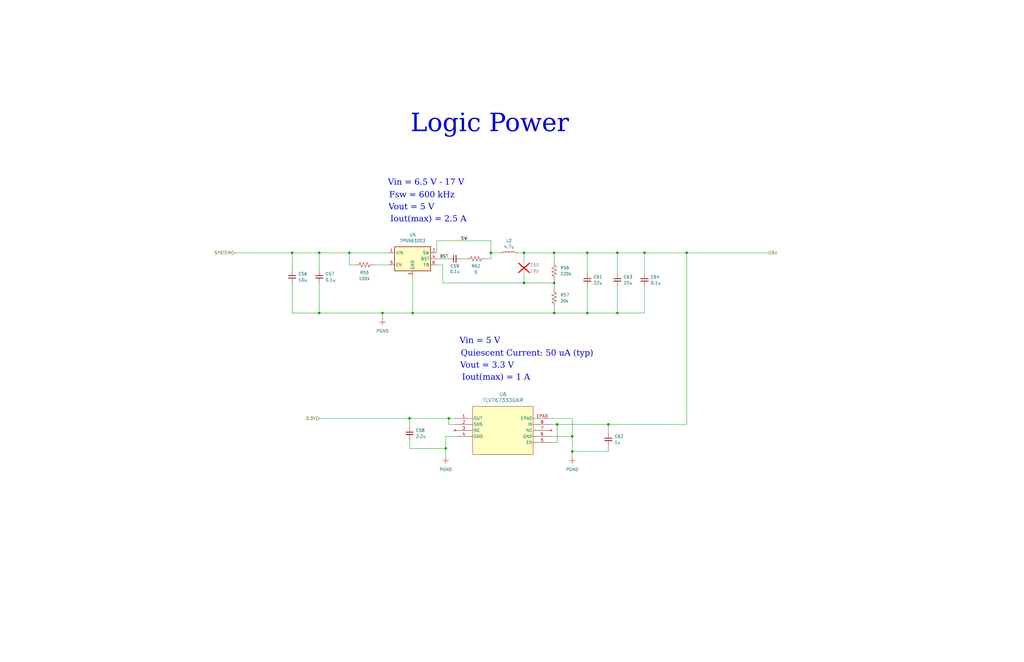
<source format=kicad_sch>
(kicad_sch (version 20231120) (generator "eeschema") (generator_version "8.0")
  (paper "B")
  (title_block (title "SCAN Schematic") (date "2025-03-06") (rev "1.2") (company "Group 35") (comment 1 "UCF Senior Design"))
  (lib_symbols
    (symbol "Device:C_Small" (pin_numbers hide) (pin_names (offset 0.254) hide)
      (property "Reference" "C" (at 0.254 1.778 0))
      (property "Value" "C_Small" (at 0.254 -2.032 0))
      (symbol "C_Small_0_1"
        (polyline (pts (xy -1.524 -0.508) (xy 1.524 -0.508)) (stroke (width 0.3302)))
        (polyline (pts (xy -1.524 0.508) (xy 1.524 0.508)) (stroke (width 0.3048)))
      )
      (symbol "C_Small_1_1"
        (pin passive line (at 0 2.54 270) (length 2.032) (name "~") (number "1"))
        (pin passive line (at 0 -2.54 90) (length 2.032) (name "~") (number "2"))
      )
    )
    (symbol "Device:L" (pin_numbers hide) (pin_names (offset 1.016) hide)
      (property "Reference" "L" (at -1.27 0 90))
      (property "Value" "L" (at 1.905 0 90))
      (symbol "L_0_1"
        (arc (start 0 -2.54) (mid 0.6323 -1.905) (end 0 -1.27))
        (arc (start 0 -1.27) (mid 0.6323 -0.635) (end 0 0))
        (arc (start 0 0) (mid 0.6323 0.635) (end 0 1.27))
        (arc (start 0 1.27) (mid 0.6323 1.905) (end 0 2.54))
      )
      (symbol "L_1_1"
        (pin passive line (at 0 3.81 270) (length 1.27) (name "1") (number "1"))
        (pin passive line (at 0 -3.81 90) (length 1.27) (name "2") (number "2"))
      )
    )
    (symbol "Device:R_US" (pin_numbers hide) (pin_names (offset 0))
      (property "Reference" "R" (at 2.54 0 90))
      (property "Value" "R_US" (at -2.54 0 90))
      (symbol "R_US_0_1"
        (polyline (pts (xy 0 -2.286) (xy 0 -2.54)))
        (polyline (pts (xy 0 2.286) (xy 0 2.54)))
        (polyline (pts (xy 0 -0.762) (xy 1.016 -1.143) (xy 0 -1.524) (xy -1.016 -1.905) (xy 0 -2.286)))
        (polyline (pts (xy 0 0.762) (xy 1.016 0.381) (xy 0 0) (xy -1.016 -0.381) (xy 0 -0.762)))
        (polyline (pts (xy 0 2.286) (xy 1.016 1.905) (xy 0 1.524) (xy -1.016 1.143) (xy 0 0.762)))
      )
      (symbol "R_US_1_1"
        (pin passive line (at 0 3.81 270) (length 1.27) (name "~") (number "1"))
        (pin passive line (at 0 -3.81 90) (length 1.27) (name "~") (number "2"))
      )
    )
    (symbol "Regulator_Switching:TPS563203"
      (property "Reference" "U" (at -7.62 6.35 0))
      (property "Value" "TPS563203" (at -2.54 6.35 0))
      (symbol "TPS563203_0_1"
        (rectangle (start -7.62 5.08) (end 7.62 -5.08) (stroke (width 0.254)) (fill (type background)))
      )
      (symbol "TPS563203_1_1"
        (pin power_in line (at -10.16 2.54 0) (length 2.54) (name "VIN") (number "1"))
        (pin output line (at 10.16 2.54 180) (length 2.54) (name "SW") (number "2"))
        (pin power_in line (at 0 -7.62 90) (length 2.54) (name "GND") (number "3"))
        (pin passive line (at 10.16 0 180) (length 2.54) (name "BST") (number "4"))
        (pin input line (at -10.16 -2.54 0) (length 2.54) (name "EN") (number "5"))
        (pin input line (at 10.16 -2.54 180) (length 2.54) (name "FB") (number "6"))
      )
    )
    (symbol "custom_symbols:TLV76733DGNR" (pin_names (offset 0.254))
      (property "Reference" "U6" (at 20.32 10.16 0))
      (property "Value" "TLV76733DGNR" (at 20.32 7.62 0))
      (symbol "TLV76733DGNR_0_1"
        (pin output line (at 0 0 0) (length 7.62) (name "OUT") (number "1"))
        (pin input line (at 0 -2.54 0) (length 7.62) (name "SNS") (number "2"))
        (pin no_connect line (at 0 -5.08 0) (length 7.62) (name "NC") (number "3"))
        (pin power_out line (at 0 -7.62 0) (length 7.62) (name "GND") (number "4"))
        (pin input line (at 40.64 -10.16 180) (length 7.62) (name "EN") (number "5"))
        (pin power_out line (at 40.64 -7.62 180) (length 7.62) (name "GND") (number "6"))
        (pin no_connect line (at 40.64 -5.08 180) (length 7.62) (name "NC") (number "7"))
        (pin input line (at 40.64 -2.54 180) (length 7.62) (name "IN") (number "8"))
        (pin power_out line (at 40.64 0 180) (length 7.62) (name "EPAD") (number "EPAD"))
      )
      (symbol "TLV76733DGNR_1_1"
        (rectangle (start 7.62 5.08) (end 33.02 -15.24) (fill (type background)))
      )
    )
    (symbol "power:GNDREF" (power) (pin_numbers hide) (pin_names (offset 0) hide)
      (property "Value" "GNDREF" (at 0 -3.81 0))
      (symbol "GNDREF_0_1"
        (polyline (pts (xy -0.635 -1.905) (xy 0.635 -1.905)))
        (polyline (pts (xy -0.127 -2.54) (xy 0.127 -2.54)))
        (polyline (pts (xy 0 -1.27) (xy 0 0)))
        (polyline (pts (xy 1.27 -1.27) (xy -1.27 -1.27)))
      )
      (symbol "GNDREF_1_1"
        (pin power_in line (at 0 0 270) (length 0) (name "~") (number "1"))
      )
    )
  )
  (junction (at 172.72 176.53))
  (junction (at 123.19 106.68))
  (junction (at 241.3 190.5))
  (junction (at 233.68 106.68))
  (junction (at 247.65 132.08))
  (junction (at 233.68 119.38))
  (junction (at 247.65 106.68))
  (junction (at 234.95 179.07))
  (junction (at 241.3 184.15))
  (junction (at 271.78 106.68))
  (junction (at 134.62 106.68))
  (junction (at 233.68 132.08))
  (junction (at 220.98 119.38))
  (junction (at 220.98 106.68))
  (junction (at 147.32 106.68))
  (junction (at 161.29 132.08))
  (junction (at 260.35 132.08))
  (junction (at 134.62 132.08))
  (junction (at 260.35 106.68))
  (junction (at 256.54 179.07))
  (junction (at 289.56 106.68))
  (junction (at 207.01 106.68))
  (junction (at 187.96 189.23))
  (junction (at 173.99 132.08))
  (junction (at 189.23 176.53))
  (wire (pts (xy 173.99 116.84) (xy 173.99 132.08)))
  (wire (pts (xy 233.68 106.68) (xy 220.98 106.68)))
  (wire (pts (xy 134.62 119.38) (xy 134.62 132.08)))
  (wire (pts (xy 123.19 132.08) (xy 134.62 132.08)))
  (wire (pts (xy 134.62 106.68) (xy 147.32 106.68)))
  (wire (pts (xy 271.78 106.68) (xy 289.56 106.68)))
  (wire (pts (xy 99.06 106.68) (xy 123.19 106.68)))
  (wire (pts (xy 220.98 106.68) (xy 218.44 106.68)))
  (wire (pts (xy 172.72 189.23) (xy 172.72 185.42)))
  (wire (pts (xy 247.65 106.68) (xy 260.35 106.68)))
  (wire (pts (xy 260.35 120.65) (xy 260.35 132.08)))
  (wire (pts (xy 256.54 179.07) (xy 289.56 179.07)))
  (wire (pts (xy 134.62 114.3) (xy 134.62 106.68)))
  (wire (pts (xy 232.41 184.15) (xy 241.3 184.15)))
  (wire (pts (xy 220.98 115.57) (xy 220.98 119.38)))
  (wire (pts (xy 204.47 109.22) (xy 207.01 109.22)))
  (wire (pts (xy 271.78 106.68) (xy 271.78 115.57)))
  (wire (pts (xy 234.95 179.07) (xy 256.54 179.07)))
  (wire (pts (xy 233.68 110.49) (xy 233.68 106.68)))
  (wire (pts (xy 172.72 176.53) (xy 172.72 180.34)))
  (wire (pts (xy 184.15 111.76) (xy 186.69 111.76)))
  (wire (pts (xy 134.62 132.08) (xy 161.29 132.08)))
  (wire (pts (xy 247.65 115.57) (xy 247.65 106.68)))
  (wire (pts (xy 220.98 110.49) (xy 220.98 106.68)))
  (wire (pts (xy 260.35 106.68) (xy 271.78 106.68)))
  (wire (pts (xy 161.29 132.08) (xy 173.99 132.08)))
  (wire (pts (xy 233.68 118.11) (xy 233.68 119.38)))
  (wire (pts (xy 187.96 184.15) (xy 187.96 189.23)))
  (wire (pts (xy 271.78 120.65) (xy 271.78 132.08)))
  (wire (pts (xy 187.96 189.23) (xy 187.96 193.04)))
  (wire (pts (xy 241.3 190.5) (xy 241.3 193.04)))
  (wire (pts (xy 134.62 106.68) (xy 123.19 106.68)))
  (wire (pts (xy 123.19 119.38) (xy 123.19 132.08)))
  (wire (pts (xy 256.54 187.96) (xy 256.54 190.5)))
  (wire (pts (xy 232.41 186.69) (xy 234.95 186.69)))
  (wire (pts (xy 157.48 111.76) (xy 163.83 111.76)))
  (wire (pts (xy 172.72 189.23) (xy 187.96 189.23)))
  (wire (pts (xy 149.86 111.76) (xy 147.32 111.76)))
  (wire (pts (xy 260.35 132.08) (xy 247.65 132.08)))
  (wire (pts (xy 220.98 119.38) (xy 233.68 119.38)))
  (wire (pts (xy 184.15 101.6) (xy 207.01 101.6)))
  (wire (pts (xy 187.96 184.15) (xy 191.77 184.15)))
  (wire (pts (xy 241.3 190.5) (xy 256.54 190.5)))
  (wire (pts (xy 260.35 115.57) (xy 260.35 106.68)))
  (wire (pts (xy 184.15 109.22) (xy 189.23 109.22)))
  (wire (pts (xy 247.65 132.08) (xy 233.68 132.08)))
  (wire (pts (xy 186.69 111.76) (xy 186.69 119.38)))
  (wire (pts (xy 233.68 119.38) (xy 233.68 121.92)))
  (wire (pts (xy 289.56 106.68) (xy 289.56 179.07)))
  (wire (pts (xy 147.32 106.68) (xy 163.83 106.68)))
  (wire (pts (xy 147.32 111.76) (xy 147.32 106.68)))
  (wire (pts (xy 232.41 179.07) (xy 234.95 179.07)))
  (wire (pts (xy 232.41 176.53) (xy 241.3 176.53)))
  (wire (pts (xy 191.77 179.07) (xy 189.23 179.07)))
  (wire (pts (xy 207.01 101.6) (xy 207.01 106.68)))
  (wire (pts (xy 161.29 132.08) (xy 161.29 134.62)))
  (wire (pts (xy 241.3 184.15) (xy 241.3 190.5)))
  (wire (pts (xy 207.01 106.68) (xy 210.82 106.68)))
  (wire (pts (xy 172.72 176.53) (xy 189.23 176.53)))
  (wire (pts (xy 189.23 179.07) (xy 189.23 176.53)))
  (wire (pts (xy 256.54 179.07) (xy 256.54 182.88)))
  (wire (pts (xy 241.3 176.53) (xy 241.3 184.15)))
  (wire (pts (xy 123.19 106.68) (xy 123.19 114.3)))
  (wire (pts (xy 234.95 186.69) (xy 234.95 179.07)))
  (wire (pts (xy 289.56 106.68) (xy 323.85 106.68)))
  (wire (pts (xy 173.99 132.08) (xy 233.68 132.08)))
  (wire (pts (xy 207.01 109.22) (xy 207.01 106.68)))
  (wire (pts (xy 233.68 132.08) (xy 233.68 129.54)))
  (wire (pts (xy 189.23 176.53) (xy 191.77 176.53)))
  (wire (pts (xy 271.78 132.08) (xy 260.35 132.08)))
  (wire (pts (xy 247.65 120.65) (xy 247.65 132.08)))
  (wire (pts (xy 186.69 119.38) (xy 220.98 119.38)))
  (wire (pts (xy 194.31 109.22) (xy 196.85 109.22)))
  (wire (pts (xy 184.15 101.6) (xy 184.15 106.68)))
  (wire (pts (xy 247.65 106.68) (xy 233.68 106.68)))
  (wire (pts (xy 134.62 176.53) (xy 172.72 176.53)))
  (text "Iout(max) = 2.5 A" (at 164.592 94.742 0) (effects (font (size 2.54 2.54) (thickness 0.3175)) (justify left bottom)))
  (text "Vin = 5 V" (at 193.802 146.05 0) (effects (font (size 2.54 2.54) (thickness 0.3175)) (justify left bottom)))
  (text "Vout = 3.3 V" (at 194.056 156.464 0) (effects (font (size 2.54 2.54) (thickness 0.3175)) (justify left bottom)))
  (text "Quiescent Current: 50 uA (typ)" (at 194.31 151.384 0) (effects (font (size 2.54 2.54) (thickness 0.3175)) (justify left bottom)))
  (text "Vin = 6.5 V - 17 V" (at 163.576 79.248 0) (effects (font (size 2.54 2.54) (thickness 0.3175)) (justify left bottom)))
  (text "Logic Power" (at 206.502 54.356 0) (effects (font (size 7.62 7.62) (thickness 0.9525))))
  (text "Fsw = 600 kHz" (at 164.084 84.582 0) (effects (font (size 2.54 2.54) (thickness 0.3175)) (justify left bottom)))
  (text "Vout = 5 V" (at 163.83 89.662 0) (effects (font (size 2.54 2.54) (thickness 0.3175)) (justify left bottom)))
  (text "Iout(max) = 1 A" (at 194.818 161.544 0) (effects (font (size 2.54 2.54) (thickness 0.3175)) (justify left bottom)))
  (label "SW" (at 194.31 101.6 0))
  (label "BST" (at 185.42 109.22 0))
  (hierarchical_label "5V" (shape input) (at 323.85 106.68 0))
  (hierarchical_label "3.3V" (shape input) (at 134.62 176.53 180))
  (hierarchical_label "SYSTEM" (shape input) (at 99.06 106.68 180))
  (symbol (lib_id "Device:C_Small") (at 191.77 109.22 90) (unit 1)
    (property "Reference" "C59" (at 191.77 112.268 90))
    (property "Value" "0.1u" (at 191.77 114.554 90))
    (property "Footprint" "Capacitor_SMD:C_0603_1608Metric" (effects (hide yes)))
    (property "Description" "Unpolarized capacitor, small symbol" (effects (hide yes)))
    (property "MFR_PN" "CC0603KRX7R9BB104" (effects (hide yes)))
    (property "JLCPCB Part Number" "C14663" (effects (hide yes)))
    (property "Manufacturer_Name" "YAGEO" (effects (hide yes)))
  )
  (symbol (lib_id "power:GNDREF") (at 161.29 134.62 0) (unit 1)
    (property "Reference" "#PWR071" (effects (hide yes)))
    (property "Value" "PGND" (at 161.29 139.7 0))
    (property "Description" "Power symbol creates a global label with name \"GNDREF\" , reference supply ground" (effects (hide yes)))
  )
  (symbol (lib_id "Device:R_US") (at 200.66 109.22 90) (unit 1)
    (property "Reference" "R62" (at 200.66 112.268 90))
    (property "Value" "0" (at 200.66 114.808 90))
    (property "Footprint" "Resistor_SMD:R_0603_1608Metric" (effects (hide yes)))
    (property "Description" "Resistor, US symbol" (effects (hide yes)))
    (property "MFR_PN" " CRCW06030000Z0EA" (effects (hide yes)))
    (property "JLCPCB Part Number" "C844915" (effects (hide yes)))
    (property "Manufacturer_Name" "Vishay Dale" (effects (hide yes)))
  )
  (symbol (lib_id "Device:R_US") (at 233.68 114.3 0) (unit 1)
    (property "Reference" "R56" (at 236.22 113.0299 0) (effects (justify left)))
    (property "Value" "220k" (at 236.22 115.5699 0) (effects (justify left)))
    (property "Footprint" "Resistor_SMD:R_0603_1608Metric" (effects (hide yes)))
    (property "Description" "Resistor, US symbol" (effects (hide yes)))
    (property "MFR_PN" "RC0603FR-07220KL" (effects (hide yes)))
    (property "JLCPCB Part Number" "C123420" (effects (hide yes)))
    (property "Manufacturer_Name" "YAGEO" (effects (hide yes)))
  )
  (symbol (lib_id "Device:R_US") (at 233.68 125.73 0) (unit 1)
    (property "Reference" "R57" (at 236.22 124.4599 0) (effects (justify left)))
    (property "Value" "30k" (at 236.22 126.9999 0) (effects (justify left)))
    (property "Footprint" "Resistor_SMD:R_0603_1608Metric" (effects (hide yes)))
    (property "Description" "Resistor, US symbol" (effects (hide yes)))
    (property "MFR_PN" "RC0603FR-0730KL" (effects (hide yes)))
    (property "JLCPCB Part Number" "C100001" (effects (hide yes)))
    (property "Manufacturer_Name" "YAGEO" (effects (hide yes)))
  )
  (symbol (lib_id "Device:C_Small") (at 220.98 113.03 0) (unit 1) (dnp yes)
    (property "Reference" "C60" (at 223.52 111.7662 0) (effects (justify left)))
    (property "Value" "18p" (at 223.52 114.3062 0) (effects (justify left)))
    (property "Footprint" "Capacitor_SMD:C_0603_1608Metric" (effects (hide yes)))
    (property "Description" "Unpolarized capacitor, small symbol" (effects (hide yes)))
  )
  (symbol (lib_id "Device:C_Small") (at 123.19 116.84 0) (unit 1)
    (property "Reference" "C56" (at 125.73 115.5762 0) (effects (justify left)))
    (property "Value" "10u" (at 125.73 118.1162 0) (effects (justify left)))
    (property "Footprint" "Capacitor_SMD:C_0805_2012Metric" (effects (hide yes)))
    (property "Description" "Unpolarized capacitor, small symbol" (effects (hide yes)))
    (property "MFR_PN" "GRM21BR61E106MA73L" (effects (hide yes)))
    (property "JLCPCB Part Number" "C391262" (effects (hide yes)))
    (property "Manufacturer_Name" "Murata Electronics" (effects (hide yes)))
  )
  (symbol (lib_id "Device:C_Small") (at 172.72 182.88 0) (unit 1)
    (property "Reference" "C58" (at 175.26 181.6162 0) (effects (justify left)))
    (property "Value" "2.2u" (at 175.26 184.1562 0) (effects (justify left)))
    (property "Footprint" "Capacitor_SMD:C_0805_2012Metric" (effects (hide yes)))
    (property "Description" "Unpolarized capacitor, small symbol" (effects (hide yes)))
    (property "MFR_PN" "CC0805KKX7R9BB225" (effects (hide yes)))
    (property "JLCPCB Part Number" "C125847" (effects (hide yes)))
    (property "Manufacturer_Name" "YAGEO" (effects (hide yes)))
  )
  (symbol (lib_id "power:GNDREF") (at 187.96 193.04 0) (unit 1)
    (property "Reference" "#PWR072" (effects (hide yes)))
    (property "Value" "PGND" (at 187.96 198.12 0))
    (property "Description" "Power symbol creates a global label with name \"GNDREF\" , reference supply ground" (effects (hide yes)))
  )
  (symbol (lib_id "Device:C_Small") (at 271.78 118.11 0) (unit 1)
    (property "Reference" "C64" (at 274.32 116.8462 0) (effects (justify left)))
    (property "Value" "0.1u" (at 274.32 119.3862 0) (effects (justify left)))
    (property "Footprint" "Capacitor_SMD:C_0603_1608Metric" (effects (hide yes)))
    (property "Description" "Unpolarized capacitor, small symbol" (effects (hide yes)))
    (property "MFR_PN" "CC0603KRX7R9BB104" (effects (hide yes)))
    (property "JLCPCB Part Number" "C14663" (effects (hide yes)))
    (property "Manufacturer_Name" "YAGEO" (effects (hide yes)))
  )
  (symbol (lib_id "Device:C_Small") (at 134.62 116.84 0) (unit 1)
    (property "Reference" "C57" (at 137.16 115.5762 0) (effects (justify left)))
    (property "Value" "0.1u" (at 137.16 118.1162 0) (effects (justify left)))
    (property "Footprint" "Capacitor_SMD:C_0603_1608Metric" (effects (hide yes)))
    (property "Description" "Unpolarized capacitor, small symbol" (effects (hide yes)))
    (property "MFR_PN" "CC0603KRX7R9BB104" (effects (hide yes)))
    (property "JLCPCB Part Number" "C14663" (effects (hide yes)))
    (property "Manufacturer_Name" "YAGEO" (effects (hide yes)))
  )
  (symbol (lib_id "Regulator_Switching:TPS563203") (at 173.99 109.22 0) (unit 1)
    (property "Reference" "U5" (at 173.99 99.06 0))
    (property "Value" "TPS563203" (at 173.99 101.6 0))
    (property "Footprint" "Package_TO_SOT_SMD:SOT-563" (effects (hide yes)))
    (property "Datasheet" "https://www.ti.com/lit/ds/symlink/tps563203.pdf" (effects (hide yes)))
    (property "Description" "3A Synchronous Step-Down Voltage Regulator, Adjustable Output Voltage, 4.2-17V Input Voltage, 0.6-7V Output Voltage, Eco mode, SOT-563" (effects (hide yes)))
    (property "MFR_PN" "TPS563203DRLR" (effects (hide yes)))
    (property "JLCPCB Part Number" "C22445512" (effects (hide yes)))
    (property "Manufacturer_Name" "Texas Instruments" (effects (hide yes)))
  )
  (symbol (lib_id "custom_symbols:TLV76733DGNR") (at 191.77 176.53 0) (unit 1)
    (property "Reference" "U6" (at 212.09 166.37 0) (effects (font (size 1.524 1.524))))
    (property "Value" "TLV76733DGNR" (at 212.09 168.91 0) (effects (font (size 1.524 1.524))))
    (property "Footprint" "SCAN_footprints:VSSOP8_DGN_TEX" (effects (hide yes)))
    (property "Datasheet" "TLV76733DGNR" (effects (hide yes)))
    (property "MFR_PN" "TLV76733DGNR" (effects (hide yes)))
    (property "JLCPCB Part Number" "C2873382" (effects (hide yes)))
    (property "Manufacturer_Name" "Texas Instruments" (effects (hide yes)))
  )
  (symbol (lib_id "Device:C_Small") (at 260.35 118.11 0) (unit 1)
    (property "Reference" "C63" (at 262.89 116.8462 0) (effects (justify left)))
    (property "Value" "22u" (at 262.89 119.3862 0) (effects (justify left)))
    (property "Footprint" "Capacitor_SMD:C_0805_2012Metric" (effects (hide yes)))
    (property "Description" "Unpolarized capacitor, small symbol" (effects (hide yes)))
    (property "MFR_PN" "GRM21BR61A226ME44L" (effects (hide yes)))
    (property "JLCPCB Part Number" "C441864" (effects (hide yes)))
    (property "Manufacturer_Name" "Murata Electronics" (effects (hide yes)))
  )
  (symbol (lib_id "power:GNDREF") (at 241.3 193.04 0) (unit 1)
    (property "Reference" "#PWR073" (effects (hide yes)))
    (property "Value" "PGND" (at 241.3 198.12 0))
    (property "Description" "Power symbol creates a global label with name \"GNDREF\" , reference supply ground" (effects (hide yes)))
  )
  (symbol (lib_id "Device:C_Small") (at 247.65 118.11 0) (unit 1)
    (property "Reference" "C61" (at 250.19 116.8462 0) (effects (justify left)))
    (property "Value" "22u" (at 250.19 119.3862 0) (effects (justify left)))
    (property "Footprint" "Capacitor_SMD:C_0805_2012Metric" (effects (hide yes)))
    (property "Description" "Unpolarized capacitor, small symbol" (effects (hide yes)))
    (property "MFR_PN" "GRM21BR61A226ME44L" (effects (hide yes)))
    (property "JLCPCB Part Number" "C441864" (effects (hide yes)))
    (property "Manufacturer_Name" "Murata Electronics" (effects (hide yes)))
  )
  (symbol (lib_id "Device:R_US") (at 153.67 111.76 90) (unit 1)
    (property "Reference" "R55" (at 153.67 115.062 90))
    (property "Value" "100k" (at 153.67 117.602 90))
    (property "Footprint" "Resistor_SMD:R_0603_1608Metric" (effects (hide yes)))
    (property "Description" "Resistor, US symbol" (effects (hide yes)))
    (property "MFR_PN" "CRCW0603100KJNEA" (effects (hide yes)))
    (property "JLCPCB Part Number" "C844723" (effects (hide yes)))
    (property "Manufacturer_Name" "Vishay Dale" (effects (hide yes)))
  )
  (symbol (lib_id "Device:L") (at 214.63 106.68 90) (unit 1)
    (property "Reference" "L2" (at 214.63 101.6 90))
    (property "Value" "4.7u" (at 214.63 104.14 90))
    (property "Footprint" "SCAN_footprints:WE-LHMI_7030_705048" (effects (hide yes)))
    (property "Description" "Inductor" (effects (hide yes)))
    (property "MFR_PN" "74437349047" (effects (hide yes)))
    (property "Manufacturer_Name" "Wurth Elektronik" (effects (hide yes)))
    (property "DigiKey Part Number" "732-3354-1-ND" (effects (hide yes)))
  )
  (symbol (lib_id "Device:C_Small") (at 256.54 185.42 0) (unit 1)
    (property "Reference" "C62" (at 259.08 184.1562 0) (effects (justify left)))
    (property "Value" "1u" (at 259.08 186.6962 0) (effects (justify left)))
    (property "Footprint" "Capacitor_SMD:C_0805_2012Metric" (effects (hide yes)))
    (property "Description" "Unpolarized capacitor, small symbol" (effects (hide yes)))
    (property "MFR_PN" "CC0805KKX7R9BB105" (effects (hide yes)))
    (property "JLCPCB Part Number" "C91185" (effects (hide yes)))
    (property "Manufacturer_Name" "YAGEO" (effects (hide yes)))
  )
)
</source>
